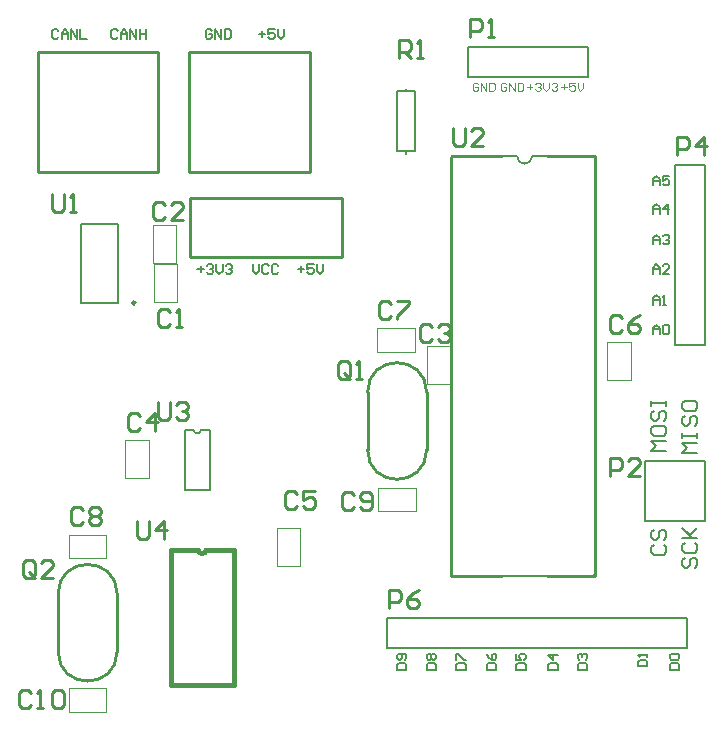
<source format=gto>
G04 Layer_Color=65535*
%FSLAX44Y44*%
%MOMM*%
G71*
G01*
G75*
%ADD19C,0.2540*%
%ADD31C,0.2500*%
%ADD32C,0.2000*%
%ADD33C,0.4000*%
%ADD34C,0.1000*%
%ADD35C,0.1500*%
%ADD36C,0.2032*%
D19*
X1145000Y740000D02*
G03*
X1095000Y740000I-25000J0D01*
G01*
Y691200D02*
G03*
X1145000Y691200I25000J0D01*
G01*
X1407000Y910800D02*
G03*
X1357000Y910800I-25000J0D01*
G01*
Y862000D02*
G03*
X1407000Y862000I25000J0D01*
G01*
X1207000Y1025000D02*
X1235000D01*
X1207000Y1040500D02*
Y1059500D01*
Y1075000D02*
X1235000D01*
X1207000Y1059500D02*
Y1075000D01*
Y1025000D02*
Y1040500D01*
X1235000Y1075000D02*
X1335000D01*
Y1025000D02*
Y1075000D01*
X1235000Y1025000D02*
X1335000D01*
X1546000Y754800D02*
X1550000D01*
Y756800D01*
X1509250Y754800D02*
X1548000D01*
X1550000Y756800D01*
Y1110200D01*
X1549700Y1110500D02*
X1550000Y1110200D01*
X1509150Y1110500D02*
X1549700D01*
X1428100Y754900D02*
X1470850D01*
X1428000Y754800D02*
X1428100Y754900D01*
X1428000Y754800D02*
Y1110200D01*
X1428300Y1110500D01*
X1470850D01*
X1145000Y691200D02*
Y740000D01*
X1095000Y691200D02*
Y740000D01*
X1407000Y862000D02*
Y910800D01*
X1357000Y862000D02*
Y910800D01*
X1308250Y1145000D02*
Y1199000D01*
X1206250D02*
X1308250D01*
X1206250Y1097000D02*
Y1199000D01*
Y1097000D02*
X1308250D01*
Y1145000D01*
X1180000D02*
Y1199000D01*
X1078000D02*
X1180000D01*
X1078000Y1097000D02*
Y1199000D01*
Y1097000D02*
X1180000D01*
Y1145000D01*
X1161491Y801910D02*
Y789214D01*
X1164030Y786675D01*
X1169109D01*
X1171648Y789214D01*
Y801910D01*
X1184344Y786675D02*
Y801910D01*
X1176726Y794293D01*
X1186883D01*
X1179777Y902794D02*
Y890098D01*
X1182316Y887559D01*
X1187395D01*
X1189934Y890098D01*
Y902794D01*
X1195012Y900255D02*
X1197551Y902794D01*
X1202630D01*
X1205169Y900255D01*
Y897716D01*
X1202630Y895176D01*
X1200090D01*
X1202630D01*
X1205169Y892637D01*
Y890098D01*
X1202630Y887559D01*
X1197551D01*
X1195012Y890098D01*
X1429299Y1134498D02*
Y1121802D01*
X1431838Y1119263D01*
X1436917D01*
X1439456Y1121802D01*
Y1134498D01*
X1454691Y1119263D02*
X1444534D01*
X1454691Y1129420D01*
Y1131959D01*
X1452152Y1134498D01*
X1447073D01*
X1444534Y1131959D01*
X1089820Y1078987D02*
Y1066291D01*
X1092359Y1063752D01*
X1097438D01*
X1099977Y1066291D01*
Y1078987D01*
X1105055Y1063752D02*
X1110133D01*
X1107594D01*
Y1078987D01*
X1105055Y1076448D01*
X1384031Y1193721D02*
Y1208956D01*
X1391649D01*
X1394188Y1206417D01*
Y1201339D01*
X1391649Y1198799D01*
X1384031D01*
X1389109D02*
X1394188Y1193721D01*
X1399266D02*
X1404344D01*
X1401805D01*
Y1208956D01*
X1399266Y1206417D01*
X1075657Y755789D02*
Y765946D01*
X1073118Y768485D01*
X1068039D01*
X1065500Y765946D01*
Y755789D01*
X1068039Y753250D01*
X1073118D01*
X1070578Y758328D02*
X1075657Y753250D01*
X1073118D02*
X1075657Y755789D01*
X1090892Y753250D02*
X1080735D01*
X1090892Y763407D01*
Y765946D01*
X1088353Y768485D01*
X1083274D01*
X1080735Y765946D01*
X1342407Y924539D02*
Y934696D01*
X1339868Y937235D01*
X1334789D01*
X1332250Y934696D01*
Y924539D01*
X1334789Y922000D01*
X1339868D01*
X1337328Y927078D02*
X1342407Y922000D01*
X1339868D02*
X1342407Y924539D01*
X1347485Y922000D02*
X1352563D01*
X1350024D01*
Y937235D01*
X1347485Y934696D01*
X1375376Y728138D02*
Y743373D01*
X1382994D01*
X1385533Y740834D01*
Y735755D01*
X1382994Y733216D01*
X1375376D01*
X1400768Y743373D02*
X1395689Y740834D01*
X1390611Y735755D01*
Y730677D01*
X1393150Y728138D01*
X1398229D01*
X1400768Y730677D01*
Y733216D01*
X1398229Y735755D01*
X1390611D01*
X1618951Y1112009D02*
Y1127244D01*
X1626568D01*
X1629108Y1124705D01*
Y1119626D01*
X1626568Y1117087D01*
X1618951D01*
X1641804Y1112009D02*
Y1127244D01*
X1634186Y1119626D01*
X1644343D01*
X1562000Y840000D02*
Y855235D01*
X1569617D01*
X1572157Y852696D01*
Y847617D01*
X1569617Y845078D01*
X1562000D01*
X1587392Y840000D02*
X1577235D01*
X1587392Y850157D01*
Y852696D01*
X1584853Y855235D01*
X1579774D01*
X1577235Y852696D01*
X1443454Y1211420D02*
Y1226655D01*
X1451071D01*
X1453611Y1224116D01*
Y1219037D01*
X1451071Y1216498D01*
X1443454D01*
X1458689Y1211420D02*
X1463767D01*
X1461228D01*
Y1226655D01*
X1458689Y1224116D01*
X1071907Y656446D02*
X1069368Y658985D01*
X1064289D01*
X1061750Y656446D01*
Y646289D01*
X1064289Y643750D01*
X1069368D01*
X1071907Y646289D01*
X1076985Y643750D02*
X1082063D01*
X1079524D01*
Y658985D01*
X1076985Y656446D01*
X1089681D02*
X1092220Y658985D01*
X1097299D01*
X1099838Y656446D01*
Y646289D01*
X1097299Y643750D01*
X1092220D01*
X1089681Y646289D01*
Y656446D01*
X1345407Y823696D02*
X1342867Y826235D01*
X1337789D01*
X1335250Y823696D01*
Y813539D01*
X1337789Y811000D01*
X1342867D01*
X1345407Y813539D01*
X1350485D02*
X1353024Y811000D01*
X1358103D01*
X1360642Y813539D01*
Y823696D01*
X1358103Y826235D01*
X1353024D01*
X1350485Y823696D01*
Y821157D01*
X1353024Y818617D01*
X1360642D01*
X1116233Y810764D02*
X1113693Y813303D01*
X1108615D01*
X1106076Y810764D01*
Y800607D01*
X1108615Y798068D01*
X1113693D01*
X1116233Y800607D01*
X1121311Y810764D02*
X1123850Y813303D01*
X1128929D01*
X1131468Y810764D01*
Y808225D01*
X1128929Y805686D01*
X1131468Y803146D01*
Y800607D01*
X1128929Y798068D01*
X1123850D01*
X1121311Y800607D01*
Y803146D01*
X1123850Y805686D01*
X1121311Y808225D01*
Y810764D01*
X1123850Y805686D02*
X1128929D01*
X1377075Y985850D02*
X1374536Y988389D01*
X1369457D01*
X1366918Y985850D01*
Y975693D01*
X1369457Y973154D01*
X1374536D01*
X1377075Y975693D01*
X1382153Y988389D02*
X1392310D01*
Y985850D01*
X1382153Y975693D01*
Y973154D01*
X1572257Y973738D02*
X1569718Y976277D01*
X1564639D01*
X1562100Y973738D01*
Y963581D01*
X1564639Y961042D01*
X1569718D01*
X1572257Y963581D01*
X1587492Y976277D02*
X1582413Y973738D01*
X1577335Y968660D01*
Y963581D01*
X1579874Y961042D01*
X1584953D01*
X1587492Y963581D01*
Y966120D01*
X1584953Y968660D01*
X1577335D01*
X1297157Y824446D02*
X1294617Y826985D01*
X1289539D01*
X1287000Y824446D01*
Y814289D01*
X1289539Y811750D01*
X1294617D01*
X1297157Y814289D01*
X1312392Y826985D02*
X1302235D01*
Y819368D01*
X1307313Y821907D01*
X1309853D01*
X1312392Y819368D01*
Y814289D01*
X1309853Y811750D01*
X1304774D01*
X1302235Y814289D01*
X1164283Y890936D02*
X1161743Y893475D01*
X1156665D01*
X1154126Y890936D01*
Y880779D01*
X1156665Y878240D01*
X1161743D01*
X1164283Y880779D01*
X1176979Y878240D02*
Y893475D01*
X1169361Y885857D01*
X1179518D01*
X1411657Y966196D02*
X1409117Y968735D01*
X1404039D01*
X1401500Y966196D01*
Y956039D01*
X1404039Y953500D01*
X1409117D01*
X1411657Y956039D01*
X1416735Y966196D02*
X1419274Y968735D01*
X1424353D01*
X1426892Y966196D01*
Y963657D01*
X1424353Y961117D01*
X1421813D01*
X1424353D01*
X1426892Y958578D01*
Y956039D01*
X1424353Y953500D01*
X1419274D01*
X1416735Y956039D01*
X1185907Y1068946D02*
X1183367Y1071485D01*
X1178289D01*
X1175750Y1068946D01*
Y1058789D01*
X1178289Y1056250D01*
X1183367D01*
X1185907Y1058789D01*
X1201142Y1056250D02*
X1190985D01*
X1201142Y1066407D01*
Y1068946D01*
X1198603Y1071485D01*
X1193524D01*
X1190985Y1068946D01*
X1189907Y978696D02*
X1187367Y981235D01*
X1182289D01*
X1179750Y978696D01*
Y968539D01*
X1182289Y966000D01*
X1187367D01*
X1189907Y968539D01*
X1194985Y966000D02*
X1200063D01*
X1197524D01*
Y981235D01*
X1194985Y978696D01*
D31*
X1160500Y986500D02*
G03*
X1160500Y986500I-1250J0D01*
G01*
D32*
X1483650Y1110500D02*
G03*
X1496350Y1110500I6350J0D01*
G01*
X1209825Y879050D02*
G03*
X1216175Y879050I3175J0D01*
G01*
X1335000Y1025000D02*
Y1050000D01*
X1235000Y1025000D02*
X1335000D01*
X1235000Y1075000D02*
X1335000D01*
Y1050000D02*
Y1075000D01*
X1145500Y986500D02*
Y1053500D01*
X1114500Y986500D02*
Y1053500D01*
Y986500D02*
X1145500D01*
X1114500Y1053500D02*
X1145500D01*
X1543500Y1177300D02*
Y1202700D01*
X1441900Y1177300D02*
X1543500D01*
X1441900Y1202700D02*
X1543500D01*
X1441900Y1177300D02*
Y1202700D01*
X1617300Y1103500D02*
X1642700D01*
X1617300Y951100D02*
X1642700D01*
X1617300D02*
Y1103500D01*
X1642700Y951100D02*
Y1103500D01*
X1382380Y1165400D02*
X1390000D01*
X1382380Y1114600D02*
Y1165400D01*
Y1114600D02*
X1397620D01*
Y1165400D01*
X1390000D02*
X1397620D01*
X1390000Y1112314D02*
Y1114600D01*
Y1165400D02*
Y1167686D01*
X1470850Y1110500D02*
X1483650D01*
X1496350D02*
X1509150D01*
X1470850Y754900D02*
X1509150D01*
X1202100Y828250D02*
Y879050D01*
Y828250D02*
X1223900D01*
Y879050D01*
X1216175D02*
X1223900D01*
X1202100D02*
X1209825D01*
X1373850Y694050D02*
X1608800D01*
X1627850D01*
Y719450D01*
X1373850D02*
X1627850D01*
X1373850Y694050D02*
Y719450D01*
X1591900Y801900D02*
Y852700D01*
Y801900D02*
X1642700D01*
X1591900Y852700D02*
X1642700D01*
Y801900D02*
Y852700D01*
D33*
X1213825Y777150D02*
G03*
X1220175Y777150I3175J0D01*
G01*
X1190350D02*
X1213825D01*
X1220175D02*
X1243650D01*
Y662850D02*
Y777150D01*
X1190350Y662850D02*
X1243650D01*
X1190350D02*
Y777150D01*
D34*
X1152000Y870000D02*
X1162000D01*
X1152000Y838000D02*
Y870000D01*
Y838000D02*
X1172000D01*
Y870000D01*
X1162000D02*
X1172000D01*
X1560000Y953000D02*
X1570000D01*
X1560000Y921000D02*
Y953000D01*
Y921000D02*
X1580000D01*
Y953000D01*
X1570000D02*
X1580000D01*
X1397000Y955000D02*
Y965000D01*
X1365000D02*
X1397000D01*
X1365000Y945000D02*
Y965000D01*
Y945000D02*
X1397000D01*
Y955000D01*
X1136000Y780000D02*
Y790000D01*
X1104000D02*
X1136000D01*
X1104000Y770000D02*
Y790000D01*
Y770000D02*
X1136000D01*
Y780000D01*
X1176000Y1019000D02*
X1186000D01*
X1176000Y987000D02*
Y1019000D01*
Y987000D02*
X1196000D01*
Y1019000D01*
X1186000D02*
X1196000D01*
X1185000Y1020000D02*
X1195000D01*
Y1052000D01*
X1175000D02*
X1195000D01*
X1175000Y1020000D02*
Y1052000D01*
Y1020000D02*
X1185000D01*
X1280000Y796000D02*
X1290000D01*
X1280000Y764000D02*
Y796000D01*
Y764000D02*
X1300000D01*
Y796000D01*
X1290000D02*
X1300000D01*
X1136000Y650000D02*
Y660000D01*
X1104000D02*
X1136000D01*
X1104000Y640000D02*
Y660000D01*
Y640000D02*
X1136000D01*
Y650000D01*
X1398000Y820000D02*
Y830000D01*
X1366000D02*
X1398000D01*
X1366000Y810000D02*
Y830000D01*
Y810000D02*
X1398000D01*
Y820000D01*
X1417000Y918000D02*
X1427000D01*
Y950000D01*
X1407000D02*
X1427000D01*
X1407000Y918000D02*
Y950000D01*
Y918000D02*
X1417000D01*
X1521000Y1169499D02*
X1525665D01*
X1523333Y1171832D02*
Y1167166D01*
X1532663Y1172998D02*
X1527998D01*
Y1169499D01*
X1530330Y1170665D01*
X1531497D01*
X1532663Y1169499D01*
Y1167166D01*
X1531497Y1166000D01*
X1529164D01*
X1527998Y1167166D01*
X1534996Y1172998D02*
Y1168333D01*
X1537328Y1166000D01*
X1539661Y1168333D01*
Y1172998D01*
X1492000Y1169499D02*
X1496665D01*
X1494333Y1171832D02*
Y1167166D01*
X1498998Y1171832D02*
X1500164Y1172998D01*
X1502497D01*
X1503663Y1171832D01*
Y1170665D01*
X1502497Y1169499D01*
X1501330D01*
X1502497D01*
X1503663Y1168333D01*
Y1167166D01*
X1502497Y1166000D01*
X1500164D01*
X1498998Y1167166D01*
X1505995Y1172998D02*
Y1168333D01*
X1508328Y1166000D01*
X1510661Y1168333D01*
Y1172998D01*
X1512993Y1171832D02*
X1514160Y1172998D01*
X1516492D01*
X1517658Y1171832D01*
Y1170665D01*
X1516492Y1169499D01*
X1515326D01*
X1516492D01*
X1517658Y1168333D01*
Y1167166D01*
X1516492Y1166000D01*
X1514160D01*
X1512993Y1167166D01*
X1474665Y1171832D02*
X1473499Y1172998D01*
X1471166D01*
X1470000Y1171832D01*
Y1167166D01*
X1471166Y1166000D01*
X1473499D01*
X1474665Y1167166D01*
Y1169499D01*
X1472333D01*
X1476998Y1166000D02*
Y1172998D01*
X1481663Y1166000D01*
Y1172998D01*
X1483996D02*
Y1166000D01*
X1487494D01*
X1488661Y1167166D01*
Y1171832D01*
X1487494Y1172998D01*
X1483996D01*
X1450665Y1171832D02*
X1449499Y1172998D01*
X1447166D01*
X1446000Y1171832D01*
Y1167166D01*
X1447166Y1166000D01*
X1449499D01*
X1450665Y1167166D01*
Y1169499D01*
X1448333D01*
X1452998Y1166000D02*
Y1172998D01*
X1457663Y1166000D01*
Y1172998D01*
X1459996D02*
Y1166000D01*
X1463494D01*
X1464661Y1167166D01*
Y1171832D01*
X1463494Y1172998D01*
X1459996D01*
D35*
X1298000Y1014999D02*
X1303332D01*
X1300666Y1017664D02*
Y1012333D01*
X1311329Y1018997D02*
X1305997D01*
Y1014999D01*
X1308663Y1016332D01*
X1309996D01*
X1311329Y1014999D01*
Y1012333D01*
X1309996Y1011000D01*
X1307330D01*
X1305997Y1012333D01*
X1313995Y1018997D02*
Y1013666D01*
X1316661Y1011000D01*
X1319326Y1013666D01*
Y1018997D01*
X1260000D02*
Y1013666D01*
X1262666Y1011000D01*
X1265332Y1013666D01*
Y1018997D01*
X1273329Y1017664D02*
X1271996Y1018997D01*
X1269330D01*
X1267997Y1017664D01*
Y1012333D01*
X1269330Y1011000D01*
X1271996D01*
X1273329Y1012333D01*
X1281326Y1017664D02*
X1279994Y1018997D01*
X1277328D01*
X1275995Y1017664D01*
Y1012333D01*
X1277328Y1011000D01*
X1279994D01*
X1281326Y1012333D01*
X1213000Y1014999D02*
X1218332D01*
X1215666Y1017664D02*
Y1012333D01*
X1220997Y1017664D02*
X1222330Y1018997D01*
X1224996D01*
X1226329Y1017664D01*
Y1016332D01*
X1224996Y1014999D01*
X1223663D01*
X1224996D01*
X1226329Y1013666D01*
Y1012333D01*
X1224996Y1011000D01*
X1222330D01*
X1220997Y1012333D01*
X1228995Y1018997D02*
Y1013666D01*
X1231661Y1011000D01*
X1234326Y1013666D01*
Y1018997D01*
X1236992Y1017664D02*
X1238325Y1018997D01*
X1240991D01*
X1242324Y1017664D01*
Y1016332D01*
X1240991Y1014999D01*
X1239658D01*
X1240991D01*
X1242324Y1013666D01*
Y1012333D01*
X1240991Y1011000D01*
X1238325D01*
X1236992Y1012333D01*
X1225332Y1216665D02*
X1223999Y1217997D01*
X1221333D01*
X1220000Y1216665D01*
Y1211333D01*
X1221333Y1210000D01*
X1223999D01*
X1225332Y1211333D01*
Y1213999D01*
X1222666D01*
X1227997Y1210000D02*
Y1217997D01*
X1233329Y1210000D01*
Y1217997D01*
X1235995D02*
Y1210000D01*
X1239994D01*
X1241326Y1211333D01*
Y1216665D01*
X1239994Y1217997D01*
X1235995D01*
X1265000Y1213999D02*
X1270332D01*
X1267666Y1216665D02*
Y1211333D01*
X1278329Y1217997D02*
X1272997D01*
Y1213999D01*
X1275663Y1215332D01*
X1276996D01*
X1278329Y1213999D01*
Y1211333D01*
X1276996Y1210000D01*
X1274330D01*
X1272997Y1211333D01*
X1280995Y1217997D02*
Y1212666D01*
X1283661Y1210000D01*
X1286326Y1212666D01*
Y1217997D01*
X1145332Y1216665D02*
X1143999Y1217997D01*
X1141333D01*
X1140000Y1216665D01*
Y1211333D01*
X1141333Y1210000D01*
X1143999D01*
X1145332Y1211333D01*
X1147997Y1210000D02*
Y1215332D01*
X1150663Y1217997D01*
X1153329Y1215332D01*
Y1210000D01*
Y1213999D01*
X1147997D01*
X1155995Y1210000D02*
Y1217997D01*
X1161327Y1210000D01*
Y1217997D01*
X1163992D02*
Y1210000D01*
Y1213999D01*
X1169324D01*
Y1217997D01*
Y1210000D01*
X1095332Y1216665D02*
X1093999Y1217997D01*
X1091333D01*
X1090000Y1216665D01*
Y1211333D01*
X1091333Y1210000D01*
X1093999D01*
X1095332Y1211333D01*
X1097997Y1210000D02*
Y1215332D01*
X1100663Y1217997D01*
X1103329Y1215332D01*
Y1210000D01*
Y1213999D01*
X1097997D01*
X1105995Y1210000D02*
Y1217997D01*
X1111327Y1210000D01*
Y1217997D01*
X1113992D02*
Y1210000D01*
X1119324D01*
X1613003Y676000D02*
X1621000D01*
Y679999D01*
X1619667Y681332D01*
X1614335D01*
X1613003Y679999D01*
Y676000D01*
X1614335Y683997D02*
X1613003Y685330D01*
Y687996D01*
X1614335Y689329D01*
X1619667D01*
X1621000Y687996D01*
Y685330D01*
X1619667Y683997D01*
X1614335D01*
X1586003Y678666D02*
X1594000D01*
Y682664D01*
X1592667Y683997D01*
X1587336D01*
X1586003Y682664D01*
Y678666D01*
X1594000Y686663D02*
Y689329D01*
Y687996D01*
X1586003D01*
X1587336Y686663D01*
X1535003Y676000D02*
X1543000D01*
Y679999D01*
X1541667Y681332D01*
X1536335D01*
X1535003Y679999D01*
Y676000D01*
X1536335Y683997D02*
X1535003Y685330D01*
Y687996D01*
X1536335Y689329D01*
X1537668D01*
X1539001Y687996D01*
Y686663D01*
Y687996D01*
X1540334Y689329D01*
X1541667D01*
X1543000Y687996D01*
Y685330D01*
X1541667Y683997D01*
X1510003Y676000D02*
X1518000D01*
Y679999D01*
X1516667Y681332D01*
X1511335D01*
X1510003Y679999D01*
Y676000D01*
X1518000Y687996D02*
X1510003D01*
X1514001Y683997D01*
Y689329D01*
X1483003Y676000D02*
X1491000D01*
Y679999D01*
X1489667Y681332D01*
X1484335D01*
X1483003Y679999D01*
Y676000D01*
Y689329D02*
Y683997D01*
X1487001D01*
X1485668Y686663D01*
Y687996D01*
X1487001Y689329D01*
X1489667D01*
X1491000Y687996D01*
Y685330D01*
X1489667Y683997D01*
X1458003Y676000D02*
X1466000D01*
Y679999D01*
X1464667Y681332D01*
X1459335D01*
X1458003Y679999D01*
Y676000D01*
Y689329D02*
X1459335Y686663D01*
X1462001Y683997D01*
X1464667D01*
X1466000Y685330D01*
Y687996D01*
X1464667Y689329D01*
X1463334D01*
X1462001Y687996D01*
Y683997D01*
X1432003Y676000D02*
X1440000D01*
Y679999D01*
X1438667Y681332D01*
X1433336D01*
X1432003Y679999D01*
Y676000D01*
Y683997D02*
Y689329D01*
X1433336D01*
X1438667Y683997D01*
X1440000D01*
X1407003Y676000D02*
X1415000D01*
Y679999D01*
X1413667Y681332D01*
X1408336D01*
X1407003Y679999D01*
Y676000D01*
X1408336Y683997D02*
X1407003Y685330D01*
Y687996D01*
X1408336Y689329D01*
X1409668D01*
X1411001Y687996D01*
X1412334Y689329D01*
X1413667D01*
X1415000Y687996D01*
Y685330D01*
X1413667Y683997D01*
X1412334D01*
X1411001Y685330D01*
X1409668Y683997D01*
X1408336D01*
X1411001Y685330D02*
Y687996D01*
X1382003Y676000D02*
X1390000D01*
Y679999D01*
X1388667Y681332D01*
X1383336D01*
X1382003Y679999D01*
Y676000D01*
X1388667Y683997D02*
X1390000Y685330D01*
Y687996D01*
X1388667Y689329D01*
X1383336D01*
X1382003Y687996D01*
Y685330D01*
X1383336Y683997D01*
X1384668D01*
X1386001Y685330D01*
Y689329D01*
X1599000Y960000D02*
Y965332D01*
X1601666Y967997D01*
X1604332Y965332D01*
Y960000D01*
Y963999D01*
X1599000D01*
X1606997Y966665D02*
X1608330Y967997D01*
X1610996D01*
X1612329Y966665D01*
Y961333D01*
X1610996Y960000D01*
X1608330D01*
X1606997Y961333D01*
Y966665D01*
X1599000Y985000D02*
Y990332D01*
X1601666Y992997D01*
X1604332Y990332D01*
Y985000D01*
Y988999D01*
X1599000D01*
X1606997Y985000D02*
X1609663D01*
X1608330D01*
Y992997D01*
X1606997Y991665D01*
X1599000Y1011000D02*
Y1016332D01*
X1601666Y1018997D01*
X1604332Y1016332D01*
Y1011000D01*
Y1014999D01*
X1599000D01*
X1612329Y1011000D02*
X1606997D01*
X1612329Y1016332D01*
Y1017664D01*
X1610996Y1018997D01*
X1608330D01*
X1606997Y1017664D01*
X1599000Y1036000D02*
Y1041332D01*
X1601666Y1043997D01*
X1604332Y1041332D01*
Y1036000D01*
Y1039999D01*
X1599000D01*
X1606997Y1042664D02*
X1608330Y1043997D01*
X1610996D01*
X1612329Y1042664D01*
Y1041332D01*
X1610996Y1039999D01*
X1609663D01*
X1610996D01*
X1612329Y1038666D01*
Y1037333D01*
X1610996Y1036000D01*
X1608330D01*
X1606997Y1037333D01*
X1599000Y1062000D02*
Y1067332D01*
X1601666Y1069997D01*
X1604332Y1067332D01*
Y1062000D01*
Y1065999D01*
X1599000D01*
X1610996Y1062000D02*
Y1069997D01*
X1606997Y1065999D01*
X1612329D01*
X1599000Y1086000D02*
Y1091332D01*
X1601666Y1093997D01*
X1604332Y1091332D01*
Y1086000D01*
Y1089999D01*
X1599000D01*
X1612329Y1093997D02*
X1606997D01*
Y1089999D01*
X1609663Y1091332D01*
X1610996D01*
X1612329Y1089999D01*
Y1087333D01*
X1610996Y1086000D01*
X1608330D01*
X1606997Y1087333D01*
D36*
X1625420Y770464D02*
X1623304Y768348D01*
Y764116D01*
X1625420Y762000D01*
X1627536D01*
X1629652Y764116D01*
Y768348D01*
X1631768Y770464D01*
X1633884D01*
X1636000Y768348D01*
Y764116D01*
X1633884Y762000D01*
X1625420Y783160D02*
X1623304Y781044D01*
Y776812D01*
X1625420Y774696D01*
X1633884D01*
X1636000Y776812D01*
Y781044D01*
X1633884Y783160D01*
X1623304Y787392D02*
X1636000D01*
X1631768D01*
X1623304Y795856D01*
X1629652Y789508D01*
X1636000Y795856D01*
X1599420Y781464D02*
X1597304Y779348D01*
Y775116D01*
X1599420Y773000D01*
X1607884D01*
X1610000Y775116D01*
Y779348D01*
X1607884Y781464D01*
X1599420Y794160D02*
X1597304Y792044D01*
Y787812D01*
X1599420Y785696D01*
X1601536D01*
X1603652Y787812D01*
Y792044D01*
X1605768Y794160D01*
X1607884D01*
X1610000Y792044D01*
Y787812D01*
X1607884Y785696D01*
X1610000Y861116D02*
X1597304D01*
X1601536Y865348D01*
X1597304Y869580D01*
X1610000D01*
X1597304Y880160D02*
Y875928D01*
X1599420Y873812D01*
X1607884D01*
X1610000Y875928D01*
Y880160D01*
X1607884Y882276D01*
X1599420D01*
X1597304Y880160D01*
X1599420Y894972D02*
X1597304Y892856D01*
Y888624D01*
X1599420Y886508D01*
X1601536D01*
X1603652Y888624D01*
Y892856D01*
X1605768Y894972D01*
X1607884D01*
X1610000Y892856D01*
Y888624D01*
X1607884Y886508D01*
X1597304Y899204D02*
Y903436D01*
Y901320D01*
X1610000D01*
Y899204D01*
Y903436D01*
X1636000Y859000D02*
X1623304D01*
X1627536Y863232D01*
X1623304Y867464D01*
X1636000D01*
X1623304Y871696D02*
Y875928D01*
Y873812D01*
X1636000D01*
Y871696D01*
Y875928D01*
X1625420Y890740D02*
X1623304Y888624D01*
Y884392D01*
X1625420Y882276D01*
X1627536D01*
X1629652Y884392D01*
Y888624D01*
X1631768Y890740D01*
X1633884D01*
X1636000Y888624D01*
Y884392D01*
X1633884Y882276D01*
X1623304Y901320D02*
Y897088D01*
X1625420Y894972D01*
X1633884D01*
X1636000Y897088D01*
Y901320D01*
X1633884Y903436D01*
X1625420D01*
X1623304Y901320D01*
M02*

</source>
